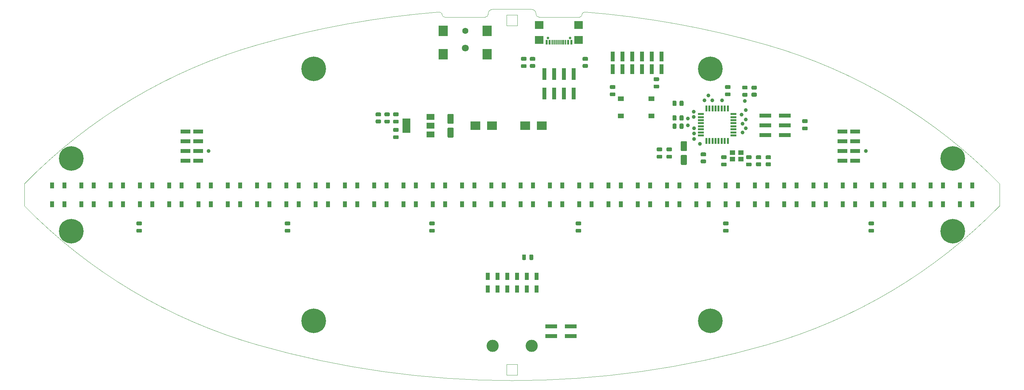
<source format=gts>
%TF.GenerationSoftware,KiCad,Pcbnew,5.1.7-a382d34a8~87~ubuntu20.04.1*%
%TF.CreationDate,2020-11-05T16:16:56+05:30*%
%TF.ProjectId,halo,68616c6f-2e6b-4696-9361-645f70636258,v1*%
%TF.SameCoordinates,Original*%
%TF.FileFunction,Soldermask,Top*%
%TF.FilePolarity,Negative*%
%FSLAX46Y46*%
G04 Gerber Fmt 4.6, Leading zero omitted, Abs format (unit mm)*
G04 Created by KiCad (PCBNEW 5.1.7-a382d34a8~87~ubuntu20.04.1) date 2020-11-05 16:16:56*
%MOMM*%
%LPD*%
G01*
G04 APERTURE LIST*
%TA.AperFunction,Profile*%
%ADD10C,0.050000*%
%TD*%
%ADD11R,1.000000X3.150000*%
%ADD12C,0.650000*%
%ADD13R,2.180000X2.000000*%
%ADD14R,0.300000X1.150000*%
%ADD15R,0.600000X1.150000*%
%ADD16R,1.550000X1.300000*%
%ADD17R,2.000000X3.800000*%
%ADD18R,2.000000X1.500000*%
%ADD19R,2.400000X2.800000*%
%ADD20C,1.600000*%
%ADD21C,1.800000*%
%ADD22R,1.000000X1.500000*%
%ADD23C,1.000000*%
%ADD24R,2.540000X1.016000*%
%ADD25R,1.016000X2.540000*%
%ADD26R,3.150000X1.000000*%
%ADD27C,6.400000*%
%ADD28C,0.800000*%
%ADD29R,0.550000X1.600000*%
%ADD30R,1.600000X0.550000*%
%ADD31R,1.400000X1.200000*%
%ADD32R,2.500000X2.300000*%
%ADD33R,1.016000X1.905000*%
%ADD34C,3.175000*%
G04 APERTURE END LIST*
D10*
X73431896Y-62496118D02*
G75*
G02*
X120707642Y-53928265I66269656J-230949950D01*
G01*
X121541768Y-54762400D02*
G75*
G03*
X120707642Y-53928265I-834135J0D01*
G01*
X132715000Y-55245000D02*
G75*
G03*
X133477000Y-54483000I0J762000D01*
G01*
X132715000Y-55245000D02*
X122157808Y-55243390D01*
X134620000Y-53233692D02*
G75*
G03*
X133477000Y-54376692I0J-1143000D01*
G01*
X121541768Y-54762400D02*
G75*
G03*
X122157808Y-55243390I616040J154010D01*
G01*
X133477000Y-54483000D02*
X133477000Y-54376692D01*
X139700000Y-53180000D02*
G75*
G03*
X134620000Y-53233692I0J-240347211D01*
G01*
X145923000Y-54483000D02*
X145923000Y-54376692D01*
X157858232Y-54762400D02*
G75*
G02*
X158692358Y-53928265I834135J0D01*
G01*
X158692358Y-53928264D02*
G75*
G02*
X205969205Y-62493874I-18992358J-239578255D01*
G01*
X144780000Y-53233692D02*
G75*
G02*
X145923000Y-54376692I0J-1143000D01*
G01*
X139700000Y-53180000D02*
G75*
G02*
X144780000Y-53233692I0J-240347211D01*
G01*
X146685000Y-55245000D02*
G75*
G02*
X145923000Y-54483000I0J762000D01*
G01*
X157858232Y-54762400D02*
G75*
G02*
X157242192Y-55243390I-616040J154010D01*
G01*
X146685000Y-55245000D02*
X157242192Y-55243390D01*
X205969205Y-62493874D02*
G75*
G02*
X266571000Y-98721000I-37916205J-132229126D01*
G01*
X266571000Y-98721000D02*
X266571000Y-104479000D01*
X266571256Y-104479861D02*
G75*
G02*
X205969000Y-140707000I-98518256J96002861D01*
G01*
X205968733Y-140706537D02*
G75*
G02*
X139700000Y-150020000I-66268733J231106537D01*
G01*
X12828744Y-98720139D02*
G75*
G02*
X73431000Y-62493000I98518256J-96002861D01*
G01*
X139699871Y-150020519D02*
G75*
G02*
X73431000Y-140707000I129J240420519D01*
G01*
X12829000Y-98721000D02*
X12829000Y-104479000D01*
X73430795Y-140706126D02*
G75*
G02*
X12829000Y-104479000I37916205J132229126D01*
G01*
X89831000Y-134459000D02*
G75*
G03*
X89831000Y-134459000I-1717000J0D01*
G01*
X26734000Y-111075000D02*
G75*
G03*
X26734000Y-111075000I-1717000J0D01*
G01*
X141091000Y-145758000D02*
X138309000Y-145758000D01*
X138309000Y-145758000D02*
X138309000Y-148540000D01*
X138309000Y-148540000D02*
X141091000Y-148540000D01*
X141091000Y-148540000D02*
X141091000Y-145758000D01*
X193002000Y-134459000D02*
G75*
G03*
X193002000Y-134459000I-1716000J0D01*
G01*
X256100000Y-111075000D02*
G75*
G03*
X256100000Y-111075000I-1717000J0D01*
G01*
X26734000Y-92125000D02*
G75*
G03*
X26734000Y-92125000I-1717000J0D01*
G01*
X89831000Y-68741000D02*
G75*
G03*
X89831000Y-68741000I-1717000J0D01*
G01*
X256100000Y-92125000D02*
G75*
G03*
X256100000Y-92125000I-1717000J0D01*
G01*
X193002000Y-68741000D02*
G75*
G03*
X193002000Y-68741000I-1716000J0D01*
G01*
X141091000Y-54660000D02*
X138309000Y-54660000D01*
X138309000Y-54660000D02*
X138309000Y-57442000D01*
X138309000Y-57442000D02*
X141091000Y-57442000D01*
X141091000Y-57442000D02*
X141091000Y-54660000D01*
%TO.C,C18*%
G36*
G01*
X144214000Y-118331000D02*
X144214000Y-117381000D01*
G75*
G02*
X144464000Y-117131000I250000J0D01*
G01*
X144964000Y-117131000D01*
G75*
G02*
X145214000Y-117381000I0J-250000D01*
G01*
X145214000Y-118331000D01*
G75*
G02*
X144964000Y-118581000I-250000J0D01*
G01*
X144464000Y-118581000D01*
G75*
G02*
X144214000Y-118331000I0J250000D01*
G01*
G37*
G36*
G01*
X142314000Y-118331000D02*
X142314000Y-117381000D01*
G75*
G02*
X142564000Y-117131000I250000J0D01*
G01*
X143064000Y-117131000D01*
G75*
G02*
X143314000Y-117381000I0J-250000D01*
G01*
X143314000Y-118331000D01*
G75*
G02*
X143064000Y-118581000I-250000J0D01*
G01*
X142564000Y-118581000D01*
G75*
G02*
X142314000Y-118331000I0J250000D01*
G01*
G37*
%TD*%
D11*
%TO.C,P6*%
X155702000Y-70119000D03*
X155702000Y-75169000D03*
X153162000Y-70119000D03*
X153162000Y-75169000D03*
X150622000Y-70119000D03*
X150622000Y-75169000D03*
X148082000Y-70119000D03*
X148082000Y-75169000D03*
%TD*%
D12*
%TO.C,J2*%
X149002000Y-60706000D03*
X154782000Y-60706000D03*
D13*
X146782000Y-57276000D03*
X157002000Y-57276000D03*
X146782000Y-61206000D03*
X157002000Y-61206000D03*
D14*
X151642000Y-61781000D03*
X152142000Y-61781000D03*
X151142000Y-61781000D03*
X152642000Y-61781000D03*
X150642000Y-61781000D03*
X153142000Y-61781000D03*
X150142000Y-61781000D03*
X153642000Y-61781000D03*
D15*
X148692000Y-61781000D03*
X149492000Y-61781000D03*
X154292000Y-61781000D03*
X155092000Y-61781000D03*
%TD*%
%TO.C,C10*%
G36*
G01*
X216375000Y-82862000D02*
X215425000Y-82862000D01*
G75*
G02*
X215175000Y-82612000I0J250000D01*
G01*
X215175000Y-82112000D01*
G75*
G02*
X215425000Y-81862000I250000J0D01*
G01*
X216375000Y-81862000D01*
G75*
G02*
X216625000Y-82112000I0J-250000D01*
G01*
X216625000Y-82612000D01*
G75*
G02*
X216375000Y-82862000I-250000J0D01*
G01*
G37*
G36*
G01*
X216375000Y-84762000D02*
X215425000Y-84762000D01*
G75*
G02*
X215175000Y-84512000I0J250000D01*
G01*
X215175000Y-84012000D01*
G75*
G02*
X215425000Y-83762000I250000J0D01*
G01*
X216375000Y-83762000D01*
G75*
G02*
X216625000Y-84012000I0J-250000D01*
G01*
X216625000Y-84512000D01*
G75*
G02*
X216375000Y-84762000I-250000J0D01*
G01*
G37*
%TD*%
%TO.C,C1*%
G36*
G01*
X183854000Y-91178000D02*
X184954000Y-91178000D01*
G75*
G02*
X185204000Y-91428000I0J-250000D01*
G01*
X185204000Y-93528000D01*
G75*
G02*
X184954000Y-93778000I-250000J0D01*
G01*
X183854000Y-93778000D01*
G75*
G02*
X183604000Y-93528000I0J250000D01*
G01*
X183604000Y-91428000D01*
G75*
G02*
X183854000Y-91178000I250000J0D01*
G01*
G37*
G36*
G01*
X183854000Y-87578000D02*
X184954000Y-87578000D01*
G75*
G02*
X185204000Y-87828000I0J-250000D01*
G01*
X185204000Y-89928000D01*
G75*
G02*
X184954000Y-90178000I-250000J0D01*
G01*
X183854000Y-90178000D01*
G75*
G02*
X183604000Y-89928000I0J250000D01*
G01*
X183604000Y-87828000D01*
G75*
G02*
X183854000Y-87578000I250000J0D01*
G01*
G37*
%TD*%
D16*
%TO.C,SW1*%
X167983000Y-76490000D03*
X167983000Y-80990000D03*
X175933000Y-80990000D03*
X175933000Y-76490000D03*
%TD*%
D17*
%TO.C,U2*%
X112166000Y-83566000D03*
D18*
X118466000Y-83566000D03*
X118466000Y-81266000D03*
X118466000Y-85866000D03*
%TD*%
%TO.C,C6*%
G36*
G01*
X201770000Y-92260000D02*
X200820000Y-92260000D01*
G75*
G02*
X200570000Y-92010000I0J250000D01*
G01*
X200570000Y-91510000D01*
G75*
G02*
X200820000Y-91260000I250000J0D01*
G01*
X201770000Y-91260000D01*
G75*
G02*
X202020000Y-91510000I0J-250000D01*
G01*
X202020000Y-92010000D01*
G75*
G02*
X201770000Y-92260000I-250000J0D01*
G01*
G37*
G36*
G01*
X201770000Y-94160000D02*
X200820000Y-94160000D01*
G75*
G02*
X200570000Y-93910000I0J250000D01*
G01*
X200570000Y-93410000D01*
G75*
G02*
X200820000Y-93160000I250000J0D01*
G01*
X201770000Y-93160000D01*
G75*
G02*
X202020000Y-93410000I0J-250000D01*
G01*
X202020000Y-93910000D01*
G75*
G02*
X201770000Y-94160000I-250000J0D01*
G01*
G37*
%TD*%
D19*
%TO.C,J3*%
X133208000Y-64948000D03*
X133208000Y-58848000D03*
X121808000Y-58848000D03*
X121808000Y-64948000D03*
D20*
X127508000Y-58848000D03*
D21*
X127508000Y-63348000D03*
%TD*%
D22*
%TO.C,D32*%
X256210000Y-104050000D03*
X259410000Y-104050000D03*
X256210000Y-99150000D03*
X259410000Y-99150000D03*
%TD*%
%TO.C,D31*%
X248590000Y-104050000D03*
X251790000Y-104050000D03*
X248590000Y-99150000D03*
X251790000Y-99150000D03*
%TD*%
%TO.C,C9*%
G36*
G01*
X165387000Y-74872000D02*
X166337000Y-74872000D01*
G75*
G02*
X166587000Y-75122000I0J-250000D01*
G01*
X166587000Y-75622000D01*
G75*
G02*
X166337000Y-75872000I-250000J0D01*
G01*
X165387000Y-75872000D01*
G75*
G02*
X165137000Y-75622000I0J250000D01*
G01*
X165137000Y-75122000D01*
G75*
G02*
X165387000Y-74872000I250000J0D01*
G01*
G37*
G36*
G01*
X165387000Y-72972000D02*
X166337000Y-72972000D01*
G75*
G02*
X166587000Y-73222000I0J-250000D01*
G01*
X166587000Y-73722000D01*
G75*
G02*
X166337000Y-73972000I-250000J0D01*
G01*
X165387000Y-73972000D01*
G75*
G02*
X165137000Y-73722000I0J250000D01*
G01*
X165137000Y-73222000D01*
G75*
G02*
X165387000Y-72972000I250000J0D01*
G01*
G37*
%TD*%
%TO.C,R1*%
G36*
G01*
X182480000Y-77273998D02*
X182480000Y-78174002D01*
G75*
G02*
X182230002Y-78424000I-249998J0D01*
G01*
X181704998Y-78424000D01*
G75*
G02*
X181455000Y-78174002I0J249998D01*
G01*
X181455000Y-77273998D01*
G75*
G02*
X181704998Y-77024000I249998J0D01*
G01*
X182230002Y-77024000D01*
G75*
G02*
X182480000Y-77273998I0J-249998D01*
G01*
G37*
G36*
G01*
X184305000Y-77273998D02*
X184305000Y-78174002D01*
G75*
G02*
X184055002Y-78424000I-249998J0D01*
G01*
X183529998Y-78424000D01*
G75*
G02*
X183280000Y-78174002I0J249998D01*
G01*
X183280000Y-77273998D01*
G75*
G02*
X183529998Y-77024000I249998J0D01*
G01*
X184055002Y-77024000D01*
G75*
G02*
X184305000Y-77273998I0J-249998D01*
G01*
G37*
%TD*%
D23*
%TO.C,B1*%
X185420000Y-81661000D03*
%TD*%
%TO.C,B2*%
X185420000Y-83439000D03*
%TD*%
%TO.C,B3*%
X190754000Y-75692000D03*
%TD*%
%TO.C,B4*%
X189738000Y-76962000D03*
%TD*%
%TO.C,B5*%
X186944000Y-79883000D03*
%TD*%
%TO.C,B6*%
X186944000Y-81280000D03*
%TD*%
%TO.C,B7*%
X194310000Y-76962000D03*
%TD*%
%TO.C,B8*%
X191770000Y-76962000D03*
%TD*%
%TO.C,B9*%
X187071000Y-84201000D03*
%TD*%
%TO.C,B10*%
X187071000Y-85598000D03*
%TD*%
%TO.C,B11*%
X187071000Y-86995000D03*
%TD*%
%TO.C,B12*%
X188595000Y-88265000D03*
%TD*%
%TO.C,B13*%
X199644000Y-85344000D03*
%TD*%
%TO.C,B14*%
X200533000Y-84201000D03*
%TD*%
%TO.C,B15*%
X199644000Y-83058000D03*
%TD*%
%TO.C,B16*%
X200533000Y-81915000D03*
%TD*%
%TO.C,B17*%
X199390000Y-80645000D03*
%TD*%
%TO.C,B18*%
X200533000Y-79502000D03*
%TD*%
%TO.C,B19*%
X200279000Y-77089000D03*
%TD*%
%TO.C,B20*%
X60706000Y-90170000D03*
%TD*%
%TO.C,C11*%
G36*
G01*
X43147000Y-109532000D02*
X42197000Y-109532000D01*
G75*
G02*
X41947000Y-109282000I0J250000D01*
G01*
X41947000Y-108782000D01*
G75*
G02*
X42197000Y-108532000I250000J0D01*
G01*
X43147000Y-108532000D01*
G75*
G02*
X43397000Y-108782000I0J-250000D01*
G01*
X43397000Y-109282000D01*
G75*
G02*
X43147000Y-109532000I-250000J0D01*
G01*
G37*
G36*
G01*
X43147000Y-111432000D02*
X42197000Y-111432000D01*
G75*
G02*
X41947000Y-111182000I0J250000D01*
G01*
X41947000Y-110682000D01*
G75*
G02*
X42197000Y-110432000I250000J0D01*
G01*
X43147000Y-110432000D01*
G75*
G02*
X43397000Y-110682000I0J-250000D01*
G01*
X43397000Y-111182000D01*
G75*
G02*
X43147000Y-111432000I-250000J0D01*
G01*
G37*
%TD*%
%TO.C,C12*%
G36*
G01*
X81755000Y-109532000D02*
X80805000Y-109532000D01*
G75*
G02*
X80555000Y-109282000I0J250000D01*
G01*
X80555000Y-108782000D01*
G75*
G02*
X80805000Y-108532000I250000J0D01*
G01*
X81755000Y-108532000D01*
G75*
G02*
X82005000Y-108782000I0J-250000D01*
G01*
X82005000Y-109282000D01*
G75*
G02*
X81755000Y-109532000I-250000J0D01*
G01*
G37*
G36*
G01*
X81755000Y-111432000D02*
X80805000Y-111432000D01*
G75*
G02*
X80555000Y-111182000I0J250000D01*
G01*
X80555000Y-110682000D01*
G75*
G02*
X80805000Y-110432000I250000J0D01*
G01*
X81755000Y-110432000D01*
G75*
G02*
X82005000Y-110682000I0J-250000D01*
G01*
X82005000Y-111182000D01*
G75*
G02*
X81755000Y-111432000I-250000J0D01*
G01*
G37*
%TD*%
%TO.C,C13*%
G36*
G01*
X119347000Y-109532000D02*
X118397000Y-109532000D01*
G75*
G02*
X118147000Y-109282000I0J250000D01*
G01*
X118147000Y-108782000D01*
G75*
G02*
X118397000Y-108532000I250000J0D01*
G01*
X119347000Y-108532000D01*
G75*
G02*
X119597000Y-108782000I0J-250000D01*
G01*
X119597000Y-109282000D01*
G75*
G02*
X119347000Y-109532000I-250000J0D01*
G01*
G37*
G36*
G01*
X119347000Y-111432000D02*
X118397000Y-111432000D01*
G75*
G02*
X118147000Y-111182000I0J250000D01*
G01*
X118147000Y-110682000D01*
G75*
G02*
X118397000Y-110432000I250000J0D01*
G01*
X119347000Y-110432000D01*
G75*
G02*
X119597000Y-110682000I0J-250000D01*
G01*
X119597000Y-111182000D01*
G75*
G02*
X119347000Y-111432000I-250000J0D01*
G01*
G37*
%TD*%
%TO.C,C14*%
G36*
G01*
X157447000Y-109532000D02*
X156497000Y-109532000D01*
G75*
G02*
X156247000Y-109282000I0J250000D01*
G01*
X156247000Y-108782000D01*
G75*
G02*
X156497000Y-108532000I250000J0D01*
G01*
X157447000Y-108532000D01*
G75*
G02*
X157697000Y-108782000I0J-250000D01*
G01*
X157697000Y-109282000D01*
G75*
G02*
X157447000Y-109532000I-250000J0D01*
G01*
G37*
G36*
G01*
X157447000Y-111432000D02*
X156497000Y-111432000D01*
G75*
G02*
X156247000Y-111182000I0J250000D01*
G01*
X156247000Y-110682000D01*
G75*
G02*
X156497000Y-110432000I250000J0D01*
G01*
X157447000Y-110432000D01*
G75*
G02*
X157697000Y-110682000I0J-250000D01*
G01*
X157697000Y-111182000D01*
G75*
G02*
X157447000Y-111432000I-250000J0D01*
G01*
G37*
%TD*%
%TO.C,C15*%
G36*
G01*
X195801000Y-109532000D02*
X194851000Y-109532000D01*
G75*
G02*
X194601000Y-109282000I0J250000D01*
G01*
X194601000Y-108782000D01*
G75*
G02*
X194851000Y-108532000I250000J0D01*
G01*
X195801000Y-108532000D01*
G75*
G02*
X196051000Y-108782000I0J-250000D01*
G01*
X196051000Y-109282000D01*
G75*
G02*
X195801000Y-109532000I-250000J0D01*
G01*
G37*
G36*
G01*
X195801000Y-111432000D02*
X194851000Y-111432000D01*
G75*
G02*
X194601000Y-111182000I0J250000D01*
G01*
X194601000Y-110682000D01*
G75*
G02*
X194851000Y-110432000I250000J0D01*
G01*
X195801000Y-110432000D01*
G75*
G02*
X196051000Y-110682000I0J-250000D01*
G01*
X196051000Y-111182000D01*
G75*
G02*
X195801000Y-111432000I-250000J0D01*
G01*
G37*
%TD*%
%TO.C,C16*%
G36*
G01*
X233647000Y-109532000D02*
X232697000Y-109532000D01*
G75*
G02*
X232447000Y-109282000I0J250000D01*
G01*
X232447000Y-108782000D01*
G75*
G02*
X232697000Y-108532000I250000J0D01*
G01*
X233647000Y-108532000D01*
G75*
G02*
X233897000Y-108782000I0J-250000D01*
G01*
X233897000Y-109282000D01*
G75*
G02*
X233647000Y-109532000I-250000J0D01*
G01*
G37*
G36*
G01*
X233647000Y-111432000D02*
X232697000Y-111432000D01*
G75*
G02*
X232447000Y-111182000I0J250000D01*
G01*
X232447000Y-110682000D01*
G75*
G02*
X232697000Y-110432000I250000J0D01*
G01*
X233647000Y-110432000D01*
G75*
G02*
X233897000Y-110682000I0J-250000D01*
G01*
X233897000Y-111182000D01*
G75*
G02*
X233647000Y-111432000I-250000J0D01*
G01*
G37*
%TD*%
%TO.C,C2*%
G36*
G01*
X196309000Y-73972000D02*
X195359000Y-73972000D01*
G75*
G02*
X195109000Y-73722000I0J250000D01*
G01*
X195109000Y-73222000D01*
G75*
G02*
X195359000Y-72972000I250000J0D01*
G01*
X196309000Y-72972000D01*
G75*
G02*
X196559000Y-73222000I0J-250000D01*
G01*
X196559000Y-73722000D01*
G75*
G02*
X196309000Y-73972000I-250000J0D01*
G01*
G37*
G36*
G01*
X196309000Y-75872000D02*
X195359000Y-75872000D01*
G75*
G02*
X195109000Y-75622000I0J250000D01*
G01*
X195109000Y-75122000D01*
G75*
G02*
X195359000Y-74872000I250000J0D01*
G01*
X196309000Y-74872000D01*
G75*
G02*
X196559000Y-75122000I0J-250000D01*
G01*
X196559000Y-75622000D01*
G75*
G02*
X196309000Y-75872000I-250000J0D01*
G01*
G37*
%TD*%
%TO.C,C3*%
G36*
G01*
X180119000Y-91128000D02*
X181069000Y-91128000D01*
G75*
G02*
X181319000Y-91378000I0J-250000D01*
G01*
X181319000Y-91878000D01*
G75*
G02*
X181069000Y-92128000I-250000J0D01*
G01*
X180119000Y-92128000D01*
G75*
G02*
X179869000Y-91878000I0J250000D01*
G01*
X179869000Y-91378000D01*
G75*
G02*
X180119000Y-91128000I250000J0D01*
G01*
G37*
G36*
G01*
X180119000Y-89228000D02*
X181069000Y-89228000D01*
G75*
G02*
X181319000Y-89478000I0J-250000D01*
G01*
X181319000Y-89978000D01*
G75*
G02*
X181069000Y-90228000I-250000J0D01*
G01*
X180119000Y-90228000D01*
G75*
G02*
X179869000Y-89978000I0J250000D01*
G01*
X179869000Y-89478000D01*
G75*
G02*
X180119000Y-89228000I250000J0D01*
G01*
G37*
%TD*%
%TO.C,C4*%
G36*
G01*
X177579000Y-91128000D02*
X178529000Y-91128000D01*
G75*
G02*
X178779000Y-91378000I0J-250000D01*
G01*
X178779000Y-91878000D01*
G75*
G02*
X178529000Y-92128000I-250000J0D01*
G01*
X177579000Y-92128000D01*
G75*
G02*
X177329000Y-91878000I0J250000D01*
G01*
X177329000Y-91378000D01*
G75*
G02*
X177579000Y-91128000I250000J0D01*
G01*
G37*
G36*
G01*
X177579000Y-89228000D02*
X178529000Y-89228000D01*
G75*
G02*
X178779000Y-89478000I0J-250000D01*
G01*
X178779000Y-89978000D01*
G75*
G02*
X178529000Y-90228000I-250000J0D01*
G01*
X177579000Y-90228000D01*
G75*
G02*
X177329000Y-89978000I0J250000D01*
G01*
X177329000Y-89478000D01*
G75*
G02*
X177579000Y-89228000I250000J0D01*
G01*
G37*
%TD*%
%TO.C,C5*%
G36*
G01*
X194343000Y-93160000D02*
X195293000Y-93160000D01*
G75*
G02*
X195543000Y-93410000I0J-250000D01*
G01*
X195543000Y-93910000D01*
G75*
G02*
X195293000Y-94160000I-250000J0D01*
G01*
X194343000Y-94160000D01*
G75*
G02*
X194093000Y-93910000I0J250000D01*
G01*
X194093000Y-93410000D01*
G75*
G02*
X194343000Y-93160000I250000J0D01*
G01*
G37*
G36*
G01*
X194343000Y-91260000D02*
X195293000Y-91260000D01*
G75*
G02*
X195543000Y-91510000I0J-250000D01*
G01*
X195543000Y-92010000D01*
G75*
G02*
X195293000Y-92260000I-250000J0D01*
G01*
X194343000Y-92260000D01*
G75*
G02*
X194093000Y-92010000I0J250000D01*
G01*
X194093000Y-91510000D01*
G75*
G02*
X194343000Y-91260000I250000J0D01*
G01*
G37*
%TD*%
%TO.C,C7*%
G36*
G01*
X123148000Y-84066000D02*
X124248000Y-84066000D01*
G75*
G02*
X124498000Y-84316000I0J-250000D01*
G01*
X124498000Y-86416000D01*
G75*
G02*
X124248000Y-86666000I-250000J0D01*
G01*
X123148000Y-86666000D01*
G75*
G02*
X122898000Y-86416000I0J250000D01*
G01*
X122898000Y-84316000D01*
G75*
G02*
X123148000Y-84066000I250000J0D01*
G01*
G37*
G36*
G01*
X123148000Y-80466000D02*
X124248000Y-80466000D01*
G75*
G02*
X124498000Y-80716000I0J-250000D01*
G01*
X124498000Y-82816000D01*
G75*
G02*
X124248000Y-83066000I-250000J0D01*
G01*
X123148000Y-83066000D01*
G75*
G02*
X122898000Y-82816000I0J250000D01*
G01*
X122898000Y-80716000D01*
G75*
G02*
X123148000Y-80466000I250000J0D01*
G01*
G37*
%TD*%
%TO.C,C8*%
G36*
G01*
X109949000Y-81084000D02*
X108999000Y-81084000D01*
G75*
G02*
X108749000Y-80834000I0J250000D01*
G01*
X108749000Y-80334000D01*
G75*
G02*
X108999000Y-80084000I250000J0D01*
G01*
X109949000Y-80084000D01*
G75*
G02*
X110199000Y-80334000I0J-250000D01*
G01*
X110199000Y-80834000D01*
G75*
G02*
X109949000Y-81084000I-250000J0D01*
G01*
G37*
G36*
G01*
X109949000Y-82984000D02*
X108999000Y-82984000D01*
G75*
G02*
X108749000Y-82734000I0J250000D01*
G01*
X108749000Y-82234000D01*
G75*
G02*
X108999000Y-81984000I250000J0D01*
G01*
X109949000Y-81984000D01*
G75*
G02*
X110199000Y-82234000I0J-250000D01*
G01*
X110199000Y-82734000D01*
G75*
G02*
X109949000Y-82984000I-250000J0D01*
G01*
G37*
%TD*%
D22*
%TO.C,D1*%
X19990000Y-104050000D03*
X23190000Y-104050000D03*
X19990000Y-99150000D03*
X23190000Y-99150000D03*
%TD*%
%TO.C,D2*%
X27610000Y-104050000D03*
X30810000Y-104050000D03*
X27610000Y-99150000D03*
X30810000Y-99150000D03*
%TD*%
%TO.C,D3*%
X35230000Y-104050000D03*
X38430000Y-104050000D03*
X35230000Y-99150000D03*
X38430000Y-99150000D03*
%TD*%
%TO.C,D4*%
X42850000Y-104050000D03*
X46050000Y-104050000D03*
X42850000Y-99150000D03*
X46050000Y-99150000D03*
%TD*%
%TO.C,D5*%
X50470000Y-104050000D03*
X53670000Y-104050000D03*
X50470000Y-99150000D03*
X53670000Y-99150000D03*
%TD*%
%TO.C,D6*%
X58090000Y-104050000D03*
X61290000Y-104050000D03*
X58090000Y-99150000D03*
X61290000Y-99150000D03*
%TD*%
%TO.C,D7*%
X65710000Y-104050000D03*
X68910000Y-104050000D03*
X65710000Y-99150000D03*
X68910000Y-99150000D03*
%TD*%
%TO.C,D8*%
X73330000Y-104050000D03*
X76530000Y-104050000D03*
X73330000Y-99150000D03*
X76530000Y-99150000D03*
%TD*%
%TO.C,D9*%
X80950000Y-104050000D03*
X84150000Y-104050000D03*
X80950000Y-99150000D03*
X84150000Y-99150000D03*
%TD*%
%TO.C,D10*%
X88570000Y-104050000D03*
X91770000Y-104050000D03*
X88570000Y-99150000D03*
X91770000Y-99150000D03*
%TD*%
%TO.C,D11*%
X96190000Y-104050000D03*
X99390000Y-104050000D03*
X96190000Y-99150000D03*
X99390000Y-99150000D03*
%TD*%
%TO.C,D12*%
X103810000Y-104050000D03*
X107010000Y-104050000D03*
X103810000Y-99150000D03*
X107010000Y-99150000D03*
%TD*%
%TO.C,D13*%
X111430000Y-104050000D03*
X114630000Y-104050000D03*
X111430000Y-99150000D03*
X114630000Y-99150000D03*
%TD*%
%TO.C,D14*%
X119050000Y-104050000D03*
X122250000Y-104050000D03*
X119050000Y-99150000D03*
X122250000Y-99150000D03*
%TD*%
%TO.C,D15*%
X126670000Y-104050000D03*
X129870000Y-104050000D03*
X126670000Y-99150000D03*
X129870000Y-99150000D03*
%TD*%
%TO.C,D16*%
X134290000Y-104050000D03*
X137490000Y-104050000D03*
X134290000Y-99150000D03*
X137490000Y-99150000D03*
%TD*%
%TO.C,D17*%
X141910000Y-104050000D03*
X145110000Y-104050000D03*
X141910000Y-99150000D03*
X145110000Y-99150000D03*
%TD*%
%TO.C,D18*%
X149530000Y-104050000D03*
X152730000Y-104050000D03*
X149530000Y-99150000D03*
X152730000Y-99150000D03*
%TD*%
%TO.C,D19*%
X157150000Y-104050000D03*
X160350000Y-104050000D03*
X157150000Y-99150000D03*
X160350000Y-99150000D03*
%TD*%
%TO.C,D20*%
X164770000Y-104050000D03*
X167970000Y-104050000D03*
X164770000Y-99150000D03*
X167970000Y-99150000D03*
%TD*%
%TO.C,D21*%
X172390000Y-104050000D03*
X175590000Y-104050000D03*
X172390000Y-99150000D03*
X175590000Y-99150000D03*
%TD*%
%TO.C,D22*%
X180010000Y-104050000D03*
X183210000Y-104050000D03*
X180010000Y-99150000D03*
X183210000Y-99150000D03*
%TD*%
%TO.C,D23*%
X187630000Y-104050000D03*
X190830000Y-104050000D03*
X187630000Y-99150000D03*
X190830000Y-99150000D03*
%TD*%
%TO.C,D24*%
X195250000Y-104050000D03*
X198450000Y-104050000D03*
X195250000Y-99150000D03*
X198450000Y-99150000D03*
%TD*%
%TO.C,D25*%
X202870000Y-104050000D03*
X206070000Y-104050000D03*
X202870000Y-99150000D03*
X206070000Y-99150000D03*
%TD*%
%TO.C,D26*%
X210490000Y-104050000D03*
X213690000Y-104050000D03*
X210490000Y-99150000D03*
X213690000Y-99150000D03*
%TD*%
%TO.C,D27*%
X218110000Y-104050000D03*
X221310000Y-104050000D03*
X218110000Y-99150000D03*
X221310000Y-99150000D03*
%TD*%
%TO.C,D28*%
X225730000Y-104050000D03*
X228930000Y-104050000D03*
X225730000Y-99150000D03*
X228930000Y-99150000D03*
%TD*%
%TO.C,D29*%
X233350000Y-104050000D03*
X236550000Y-104050000D03*
X233350000Y-99150000D03*
X236550000Y-99150000D03*
%TD*%
%TO.C,D30*%
X240970000Y-104050000D03*
X244170000Y-104050000D03*
X240970000Y-99150000D03*
X244170000Y-99150000D03*
%TD*%
%TO.C,D35*%
G36*
G01*
X106731750Y-80109000D02*
X107644250Y-80109000D01*
G75*
G02*
X107888000Y-80352750I0J-243750D01*
G01*
X107888000Y-80840250D01*
G75*
G02*
X107644250Y-81084000I-243750J0D01*
G01*
X106731750Y-81084000D01*
G75*
G02*
X106488000Y-80840250I0J243750D01*
G01*
X106488000Y-80352750D01*
G75*
G02*
X106731750Y-80109000I243750J0D01*
G01*
G37*
G36*
G01*
X106731750Y-81984000D02*
X107644250Y-81984000D01*
G75*
G02*
X107888000Y-82227750I0J-243750D01*
G01*
X107888000Y-82715250D01*
G75*
G02*
X107644250Y-82959000I-243750J0D01*
G01*
X106731750Y-82959000D01*
G75*
G02*
X106488000Y-82715250I0J243750D01*
G01*
X106488000Y-82227750D01*
G75*
G02*
X106731750Y-81984000I243750J0D01*
G01*
G37*
%TD*%
%TO.C,D36*%
G36*
G01*
X200735250Y-75974000D02*
X199822750Y-75974000D01*
G75*
G02*
X199579000Y-75730250I0J243750D01*
G01*
X199579000Y-75242750D01*
G75*
G02*
X199822750Y-74999000I243750J0D01*
G01*
X200735250Y-74999000D01*
G75*
G02*
X200979000Y-75242750I0J-243750D01*
G01*
X200979000Y-75730250D01*
G75*
G02*
X200735250Y-75974000I-243750J0D01*
G01*
G37*
G36*
G01*
X200735250Y-74099000D02*
X199822750Y-74099000D01*
G75*
G02*
X199579000Y-73855250I0J243750D01*
G01*
X199579000Y-73367750D01*
G75*
G02*
X199822750Y-73124000I243750J0D01*
G01*
X200735250Y-73124000D01*
G75*
G02*
X200979000Y-73367750I0J-243750D01*
G01*
X200979000Y-73855250D01*
G75*
G02*
X200735250Y-74099000I-243750J0D01*
G01*
G37*
%TD*%
D24*
%TO.C,P1*%
X54737000Y-92710000D03*
X58039000Y-90170000D03*
X54737000Y-87630000D03*
X58039000Y-85090000D03*
X58039000Y-92710000D03*
X58039000Y-87630000D03*
X54737000Y-90170000D03*
X54737000Y-85090000D03*
%TD*%
D25*
%TO.C,P2*%
X165862000Y-65532000D03*
X168402000Y-68834000D03*
X170942000Y-65532000D03*
X173482000Y-68834000D03*
X176022000Y-65532000D03*
X178562000Y-68834000D03*
X178562000Y-65532000D03*
X173482000Y-65532000D03*
X168402000Y-65532000D03*
X176022000Y-68834000D03*
X170942000Y-68834000D03*
X165862000Y-68834000D03*
%TD*%
D26*
%TO.C,P3*%
X205628000Y-80899000D03*
X210678000Y-80899000D03*
X205628000Y-83439000D03*
X210678000Y-83439000D03*
X205628000Y-85979000D03*
X210678000Y-85979000D03*
%TD*%
D24*
%TO.C,P4*%
X225679000Y-92710000D03*
X228981000Y-90170000D03*
X225679000Y-87630000D03*
X228981000Y-85090000D03*
X228981000Y-92710000D03*
X228981000Y-87630000D03*
X225679000Y-90170000D03*
X225679000Y-85090000D03*
%TD*%
%TO.C,R2*%
G36*
G01*
X183280000Y-81984002D02*
X183280000Y-81083998D01*
G75*
G02*
X183529998Y-80834000I249998J0D01*
G01*
X184055002Y-80834000D01*
G75*
G02*
X184305000Y-81083998I0J-249998D01*
G01*
X184305000Y-81984002D01*
G75*
G02*
X184055002Y-82234000I-249998J0D01*
G01*
X183529998Y-82234000D01*
G75*
G02*
X183280000Y-81984002I0J249998D01*
G01*
G37*
G36*
G01*
X181455000Y-81984002D02*
X181455000Y-81083998D01*
G75*
G02*
X181704998Y-80834000I249998J0D01*
G01*
X182230002Y-80834000D01*
G75*
G02*
X182480000Y-81083998I0J-249998D01*
G01*
X182480000Y-81984002D01*
G75*
G02*
X182230002Y-82234000I-249998J0D01*
G01*
X181704998Y-82234000D01*
G75*
G02*
X181455000Y-81984002I0J249998D01*
G01*
G37*
%TD*%
%TO.C,R3*%
G36*
G01*
X183280000Y-84143002D02*
X183280000Y-83242998D01*
G75*
G02*
X183529998Y-82993000I249998J0D01*
G01*
X184055002Y-82993000D01*
G75*
G02*
X184305000Y-83242998I0J-249998D01*
G01*
X184305000Y-84143002D01*
G75*
G02*
X184055002Y-84393000I-249998J0D01*
G01*
X183529998Y-84393000D01*
G75*
G02*
X183280000Y-84143002I0J249998D01*
G01*
G37*
G36*
G01*
X181455000Y-84143002D02*
X181455000Y-83242998D01*
G75*
G02*
X181704998Y-82993000I249998J0D01*
G01*
X182230002Y-82993000D01*
G75*
G02*
X182480000Y-83242998I0J-249998D01*
G01*
X182480000Y-84143002D01*
G75*
G02*
X182230002Y-84393000I-249998J0D01*
G01*
X181704998Y-84393000D01*
G75*
G02*
X181455000Y-84143002I0J249998D01*
G01*
G37*
%TD*%
%TO.C,R4*%
G36*
G01*
X189934002Y-91548000D02*
X189033998Y-91548000D01*
G75*
G02*
X188784000Y-91298002I0J249998D01*
G01*
X188784000Y-90772998D01*
G75*
G02*
X189033998Y-90523000I249998J0D01*
G01*
X189934002Y-90523000D01*
G75*
G02*
X190184000Y-90772998I0J-249998D01*
G01*
X190184000Y-91298002D01*
G75*
G02*
X189934002Y-91548000I-249998J0D01*
G01*
G37*
G36*
G01*
X189934002Y-93373000D02*
X189033998Y-93373000D01*
G75*
G02*
X188784000Y-93123002I0J249998D01*
G01*
X188784000Y-92597998D01*
G75*
G02*
X189033998Y-92348000I249998J0D01*
G01*
X189934002Y-92348000D01*
G75*
G02*
X190184000Y-92597998I0J-249998D01*
G01*
X190184000Y-93123002D01*
G75*
G02*
X189934002Y-93373000I-249998J0D01*
G01*
G37*
%TD*%
%TO.C,R5*%
G36*
G01*
X145484002Y-66656000D02*
X144583998Y-66656000D01*
G75*
G02*
X144334000Y-66406002I0J249998D01*
G01*
X144334000Y-65880998D01*
G75*
G02*
X144583998Y-65631000I249998J0D01*
G01*
X145484002Y-65631000D01*
G75*
G02*
X145734000Y-65880998I0J-249998D01*
G01*
X145734000Y-66406002D01*
G75*
G02*
X145484002Y-66656000I-249998J0D01*
G01*
G37*
G36*
G01*
X145484002Y-68481000D02*
X144583998Y-68481000D01*
G75*
G02*
X144334000Y-68231002I0J249998D01*
G01*
X144334000Y-67705998D01*
G75*
G02*
X144583998Y-67456000I249998J0D01*
G01*
X145484002Y-67456000D01*
G75*
G02*
X145734000Y-67705998I0J-249998D01*
G01*
X145734000Y-68231002D01*
G75*
G02*
X145484002Y-68481000I-249998J0D01*
G01*
G37*
%TD*%
%TO.C,R6*%
G36*
G01*
X159200002Y-66656000D02*
X158299998Y-66656000D01*
G75*
G02*
X158050000Y-66406002I0J249998D01*
G01*
X158050000Y-65880998D01*
G75*
G02*
X158299998Y-65631000I249998J0D01*
G01*
X159200002Y-65631000D01*
G75*
G02*
X159450000Y-65880998I0J-249998D01*
G01*
X159450000Y-66406002D01*
G75*
G02*
X159200002Y-66656000I-249998J0D01*
G01*
G37*
G36*
G01*
X159200002Y-68481000D02*
X158299998Y-68481000D01*
G75*
G02*
X158050000Y-68231002I0J249998D01*
G01*
X158050000Y-67705998D01*
G75*
G02*
X158299998Y-67456000I249998J0D01*
G01*
X159200002Y-67456000D01*
G75*
G02*
X159450000Y-67705998I0J-249998D01*
G01*
X159450000Y-68231002D01*
G75*
G02*
X159200002Y-68481000I-249998J0D01*
G01*
G37*
%TD*%
%TO.C,R7*%
G36*
G01*
X104451998Y-81934000D02*
X105352002Y-81934000D01*
G75*
G02*
X105602000Y-82183998I0J-249998D01*
G01*
X105602000Y-82709002D01*
G75*
G02*
X105352002Y-82959000I-249998J0D01*
G01*
X104451998Y-82959000D01*
G75*
G02*
X104202000Y-82709002I0J249998D01*
G01*
X104202000Y-82183998D01*
G75*
G02*
X104451998Y-81934000I249998J0D01*
G01*
G37*
G36*
G01*
X104451998Y-80109000D02*
X105352002Y-80109000D01*
G75*
G02*
X105602000Y-80358998I0J-249998D01*
G01*
X105602000Y-80884002D01*
G75*
G02*
X105352002Y-81134000I-249998J0D01*
G01*
X104451998Y-81134000D01*
G75*
G02*
X104202000Y-80884002I0J249998D01*
G01*
X104202000Y-80358998D01*
G75*
G02*
X104451998Y-80109000I249998J0D01*
G01*
G37*
%TD*%
%TO.C,R8*%
G36*
G01*
X203142002Y-74149000D02*
X202241998Y-74149000D01*
G75*
G02*
X201992000Y-73899002I0J249998D01*
G01*
X201992000Y-73373998D01*
G75*
G02*
X202241998Y-73124000I249998J0D01*
G01*
X203142002Y-73124000D01*
G75*
G02*
X203392000Y-73373998I0J-249998D01*
G01*
X203392000Y-73899002D01*
G75*
G02*
X203142002Y-74149000I-249998J0D01*
G01*
G37*
G36*
G01*
X203142002Y-75974000D02*
X202241998Y-75974000D01*
G75*
G02*
X201992000Y-75724002I0J249998D01*
G01*
X201992000Y-75198998D01*
G75*
G02*
X202241998Y-74949000I249998J0D01*
G01*
X203142002Y-74949000D01*
G75*
G02*
X203392000Y-75198998I0J-249998D01*
G01*
X203392000Y-75724002D01*
G75*
G02*
X203142002Y-75974000I-249998J0D01*
G01*
G37*
%TD*%
D27*
%TO.C,SC1*%
X25017000Y-92125000D03*
D28*
X27417000Y-92125000D03*
X26714056Y-93822056D03*
X25017000Y-94525000D03*
X23319944Y-93822056D03*
X22617000Y-92125000D03*
X23319944Y-90427944D03*
X25017000Y-89725000D03*
X26714056Y-90427944D03*
%TD*%
D27*
%TO.C,SC2*%
X88114000Y-68741000D03*
D28*
X90514000Y-68741000D03*
X89811056Y-70438056D03*
X88114000Y-71141000D03*
X86416944Y-70438056D03*
X85714000Y-68741000D03*
X86416944Y-67043944D03*
X88114000Y-66341000D03*
X89811056Y-67043944D03*
%TD*%
D27*
%TO.C,SC3*%
X191286000Y-68741000D03*
D28*
X193686000Y-68741000D03*
X192983056Y-70438056D03*
X191286000Y-71141000D03*
X189588944Y-70438056D03*
X188886000Y-68741000D03*
X189588944Y-67043944D03*
X191286000Y-66341000D03*
X192983056Y-67043944D03*
%TD*%
D27*
%TO.C,SC4*%
X254383000Y-92125000D03*
D28*
X256783000Y-92125000D03*
X256080056Y-93822056D03*
X254383000Y-94525000D03*
X252685944Y-93822056D03*
X251983000Y-92125000D03*
X252685944Y-90427944D03*
X254383000Y-89725000D03*
X256080056Y-90427944D03*
%TD*%
D27*
%TO.C,SC5*%
X254383000Y-111075000D03*
D28*
X256783000Y-111075000D03*
X256080056Y-112772056D03*
X254383000Y-113475000D03*
X252685944Y-112772056D03*
X251983000Y-111075000D03*
X252685944Y-109377944D03*
X254383000Y-108675000D03*
X256080056Y-109377944D03*
%TD*%
D27*
%TO.C,SC6*%
X191286000Y-134459000D03*
D28*
X193686000Y-134459000D03*
X192983056Y-136156056D03*
X191286000Y-136859000D03*
X189588944Y-136156056D03*
X188886000Y-134459000D03*
X189588944Y-132761944D03*
X191286000Y-132059000D03*
X192983056Y-132761944D03*
%TD*%
D27*
%TO.C,SC7*%
X88114000Y-134459000D03*
D28*
X90514000Y-134459000D03*
X89811056Y-136156056D03*
X88114000Y-136859000D03*
X86416944Y-136156056D03*
X85714000Y-134459000D03*
X86416944Y-132761944D03*
X88114000Y-132059000D03*
X89811056Y-132761944D03*
%TD*%
D27*
%TO.C,SC8*%
X25017000Y-111075000D03*
D28*
X27417000Y-111075000D03*
X26714056Y-112772056D03*
X25017000Y-113475000D03*
X23319944Y-112772056D03*
X22617000Y-111075000D03*
X23319944Y-109377944D03*
X25017000Y-108675000D03*
X26714056Y-109377944D03*
%TD*%
D29*
%TO.C,U1*%
X190240000Y-87562000D03*
X191040000Y-87562000D03*
X191840000Y-87562000D03*
X192640000Y-87562000D03*
X193440000Y-87562000D03*
X194240000Y-87562000D03*
X195040000Y-87562000D03*
X195840000Y-87562000D03*
D30*
X197290000Y-86112000D03*
X197290000Y-85312000D03*
X197290000Y-84512000D03*
X197290000Y-83712000D03*
X197290000Y-82912000D03*
X197290000Y-82112000D03*
X197290000Y-81312000D03*
X197290000Y-80512000D03*
D29*
X195840000Y-79062000D03*
X195040000Y-79062000D03*
X194240000Y-79062000D03*
X193440000Y-79062000D03*
X192640000Y-79062000D03*
X191840000Y-79062000D03*
X191040000Y-79062000D03*
X190240000Y-79062000D03*
D30*
X188790000Y-80512000D03*
X188790000Y-81312000D03*
X188790000Y-82112000D03*
X188790000Y-82912000D03*
X188790000Y-83712000D03*
X188790000Y-84512000D03*
X188790000Y-85312000D03*
X188790000Y-86112000D03*
%TD*%
D31*
%TO.C,X1*%
X197020000Y-90590000D03*
X199220000Y-90590000D03*
X199220000Y-92290000D03*
X197020000Y-92290000D03*
%TD*%
D26*
%TO.C,SW2*%
X154925000Y-138430000D03*
X149875000Y-138430000D03*
X154925000Y-135890000D03*
X149875000Y-135890000D03*
%TD*%
D32*
%TO.C,D33*%
X143138000Y-83566000D03*
X147438000Y-83566000D03*
%TD*%
%TO.C,D34*%
X134484000Y-83566000D03*
X130184000Y-83566000D03*
%TD*%
D33*
%TO.C,P5*%
X133350000Y-126111000D03*
X135890000Y-122809000D03*
X138430000Y-126111000D03*
X140970000Y-122809000D03*
X143510000Y-126111000D03*
X146050000Y-122809000D03*
X146050000Y-126111000D03*
X143510000Y-122809000D03*
X140970000Y-126111000D03*
X138430000Y-122809000D03*
X135890000Y-126111000D03*
X133350000Y-122809000D03*
D34*
X144780000Y-140970000D03*
X134620000Y-140970000D03*
%TD*%
%TO.C,C17*%
G36*
G01*
X143223000Y-66606000D02*
X142273000Y-66606000D01*
G75*
G02*
X142023000Y-66356000I0J250000D01*
G01*
X142023000Y-65856000D01*
G75*
G02*
X142273000Y-65606000I250000J0D01*
G01*
X143223000Y-65606000D01*
G75*
G02*
X143473000Y-65856000I0J-250000D01*
G01*
X143473000Y-66356000D01*
G75*
G02*
X143223000Y-66606000I-250000J0D01*
G01*
G37*
G36*
G01*
X143223000Y-68506000D02*
X142273000Y-68506000D01*
G75*
G02*
X142023000Y-68256000I0J250000D01*
G01*
X142023000Y-67756000D01*
G75*
G02*
X142273000Y-67506000I250000J0D01*
G01*
X143223000Y-67506000D01*
G75*
G02*
X143473000Y-67756000I0J-250000D01*
G01*
X143473000Y-68256000D01*
G75*
G02*
X143223000Y-68506000I-250000J0D01*
G01*
G37*
%TD*%
%TO.C,C19*%
G36*
G01*
X108999000Y-86048000D02*
X109949000Y-86048000D01*
G75*
G02*
X110199000Y-86298000I0J-250000D01*
G01*
X110199000Y-86798000D01*
G75*
G02*
X109949000Y-87048000I-250000J0D01*
G01*
X108999000Y-87048000D01*
G75*
G02*
X108749000Y-86798000I0J250000D01*
G01*
X108749000Y-86298000D01*
G75*
G02*
X108999000Y-86048000I250000J0D01*
G01*
G37*
G36*
G01*
X108999000Y-84148000D02*
X109949000Y-84148000D01*
G75*
G02*
X110199000Y-84398000I0J-250000D01*
G01*
X110199000Y-84898000D01*
G75*
G02*
X109949000Y-85148000I-250000J0D01*
G01*
X108999000Y-85148000D01*
G75*
G02*
X108749000Y-84898000I0J250000D01*
G01*
X108749000Y-84398000D01*
G75*
G02*
X108999000Y-84148000I250000J0D01*
G01*
G37*
%TD*%
%TO.C,C20*%
G36*
G01*
X177716200Y-71940000D02*
X176766200Y-71940000D01*
G75*
G02*
X176516200Y-71690000I0J250000D01*
G01*
X176516200Y-71190000D01*
G75*
G02*
X176766200Y-70940000I250000J0D01*
G01*
X177716200Y-70940000D01*
G75*
G02*
X177966200Y-71190000I0J-250000D01*
G01*
X177966200Y-71690000D01*
G75*
G02*
X177716200Y-71940000I-250000J0D01*
G01*
G37*
G36*
G01*
X177716200Y-73840000D02*
X176766200Y-73840000D01*
G75*
G02*
X176516200Y-73590000I0J250000D01*
G01*
X176516200Y-73090000D01*
G75*
G02*
X176766200Y-72840000I250000J0D01*
G01*
X177716200Y-72840000D01*
G75*
G02*
X177966200Y-73090000I0J-250000D01*
G01*
X177966200Y-73590000D01*
G75*
G02*
X177716200Y-73840000I-250000J0D01*
G01*
G37*
%TD*%
%TO.C,R9*%
G36*
G01*
X204285002Y-94135000D02*
X203384998Y-94135000D01*
G75*
G02*
X203135000Y-93885002I0J249998D01*
G01*
X203135000Y-93359998D01*
G75*
G02*
X203384998Y-93110000I249998J0D01*
G01*
X204285002Y-93110000D01*
G75*
G02*
X204535000Y-93359998I0J-249998D01*
G01*
X204535000Y-93885002D01*
G75*
G02*
X204285002Y-94135000I-249998J0D01*
G01*
G37*
G36*
G01*
X204285002Y-92310000D02*
X203384998Y-92310000D01*
G75*
G02*
X203135000Y-92060002I0J249998D01*
G01*
X203135000Y-91534998D01*
G75*
G02*
X203384998Y-91285000I249998J0D01*
G01*
X204285002Y-91285000D01*
G75*
G02*
X204535000Y-91534998I0J-249998D01*
G01*
X204535000Y-92060002D01*
G75*
G02*
X204285002Y-92310000I-249998J0D01*
G01*
G37*
%TD*%
%TO.C,R10*%
G36*
G01*
X206825002Y-92310000D02*
X205924998Y-92310000D01*
G75*
G02*
X205675000Y-92060002I0J249998D01*
G01*
X205675000Y-91534998D01*
G75*
G02*
X205924998Y-91285000I249998J0D01*
G01*
X206825002Y-91285000D01*
G75*
G02*
X207075000Y-91534998I0J-249998D01*
G01*
X207075000Y-92060002D01*
G75*
G02*
X206825002Y-92310000I-249998J0D01*
G01*
G37*
G36*
G01*
X206825002Y-94135000D02*
X205924998Y-94135000D01*
G75*
G02*
X205675000Y-93885002I0J249998D01*
G01*
X205675000Y-93359998D01*
G75*
G02*
X205924998Y-93110000I249998J0D01*
G01*
X206825002Y-93110000D01*
G75*
G02*
X207075000Y-93359998I0J-249998D01*
G01*
X207075000Y-93885002D01*
G75*
G02*
X206825002Y-94135000I-249998J0D01*
G01*
G37*
%TD*%
D23*
%TO.C,B21*%
X231775000Y-90170000D03*
%TD*%
M02*

</source>
